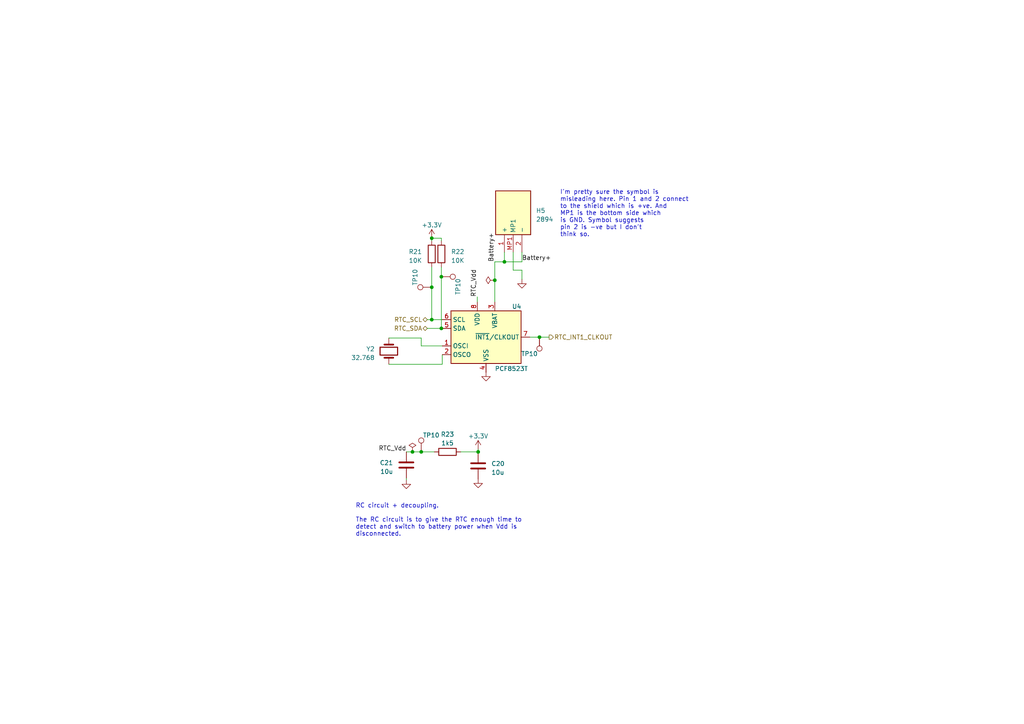
<source format=kicad_sch>
(kicad_sch (version 20230121) (generator eeschema)
  (paper "A4")
  (lib_symbols
    (symbol "CR1220CASE-2894:2894"
      (property "Reference" "H" (at 19.05 7.62 0))
      (property "Value" "2894" (at 19.05 5.08 0))
      (symbol "2894_1_1"
        (rectangle (start 5.08 2.54) (end 17.78 -7.62) (stroke (width 0.254)) (fill (type background)))
        (pin passive line (at 0 0 0) (length 5.08) (name "+") (number "1"))
        (pin passive line (at 0 -5.08 0) (length 5.08) (name "-") (number "2"))
        (pin passive line (at 0 -2.54 0) (length 5.08) (name "MP1") (number "MP1"))
      )
    )
    (symbol "Connector:TestPoint" (pin_numbers hide) (pin_names (offset 0.762) hide)
      (property "Reference" "TP" (at 0 6.858 0))
      (property "Value" "TestPoint" (at 0 5.08 0))
      (symbol "TestPoint_0_1"
        (circle (center 0 3.302) (radius 0.762))
      )
      (symbol "TestPoint_1_1"
        (pin passive line (at 0 0 90) (length 2.54) (name "1") (number "1"))
      )
    )
    (symbol "Device:C" (pin_numbers hide) (pin_names (offset 0.254))
      (property "Reference" "C" (at 0.635 2.54 0))
      (property "Value" "C" (at 0.635 -2.54 0))
      (symbol "C_0_1"
        (polyline (pts (xy -2.032 -0.762) (xy 2.032 -0.762)) (stroke (width 0.508)))
        (polyline (pts (xy -2.032 0.762) (xy 2.032 0.762)) (stroke (width 0.508)))
      )
      (symbol "C_1_1"
        (pin passive line (at 0 3.81 270) (length 2.794) (name "~") (number "1"))
        (pin passive line (at 0 -3.81 90) (length 2.794) (name "~") (number "2"))
      )
    )
    (symbol "Device:Crystal" (pin_numbers hide) (pin_names (offset 1.016) hide)
      (property "Reference" "Y" (at 0 3.81 0))
      (property "Value" "Crystal" (at 0 -3.81 0))
      (symbol "Crystal_0_1"
        (rectangle (start -1.143 2.54) (end 1.143 -2.54) (stroke (width 0.3048)))
        (polyline (pts (xy -2.54 0) (xy -1.905 0)))
        (polyline (pts (xy -1.905 -1.27) (xy -1.905 1.27)) (stroke (width 0.508)))
        (polyline (pts (xy 1.905 -1.27) (xy 1.905 1.27)) (stroke (width 0.508)))
        (polyline (pts (xy 2.54 0) (xy 1.905 0)))
      )
      (symbol "Crystal_1_1"
        (pin passive line (at -3.81 0 0) (length 1.27) (name "1") (number "1"))
        (pin passive line (at 3.81 0 180) (length 1.27) (name "2") (number "2"))
      )
    )
    (symbol "Device:R" (pin_numbers hide) (pin_names (offset 0))
      (property "Reference" "R" (at 2.032 0 90))
      (property "Value" "R" (at 0 0 90))
      (symbol "R_0_1"
        (rectangle (start -1.016 -2.54) (end 1.016 2.54) (stroke (width 0.254)))
      )
      (symbol "R_1_1"
        (pin passive line (at 0 3.81 270) (length 1.27) (name "~") (number "1"))
        (pin passive line (at 0 -3.81 90) (length 1.27) (name "~") (number "2"))
      )
    )
    (symbol "Timer_RTC:PCF8523T"
      (property "Reference" "U" (at -10.16 8.89 0))
      (property "Value" "PCF8523T" (at 3.81 8.89 0))
      (symbol "PCF8523T_0_1"
        (rectangle (start -10.16 7.62) (end 10.16 -7.62) (stroke (width 0.254)) (fill (type background)))
      )
      (symbol "PCF8523T_1_1"
        (pin input line (at -12.7 -2.54 0) (length 2.54) (name "OSCI") (number "1"))
        (pin output line (at -12.7 -5.08 0) (length 2.54) (name "OSCO") (number "2"))
        (pin power_in line (at 2.54 10.16 270) (length 2.54) (name "VBAT") (number "3"))
        (pin power_in line (at 0 -10.16 90) (length 2.54) (name "VSS") (number "4"))
        (pin bidirectional line (at -12.7 2.54 0) (length 2.54) (name "SDA") (number "5"))
        (pin input line (at -12.7 5.08 0) (length 2.54) (name "SCL") (number "6"))
        (pin open_collector line (at 12.7 0 180) (length 2.54) (name "~{INT1}/CLKOUT") (number "7"))
        (pin power_in line (at -2.54 10.16 270) (length 2.54) (name "VDD") (number "8"))
      )
    )
    (symbol "power:+3.3V" (power) (pin_names (offset 0))
      (property "Value" "+3.3V" (at 0 3.556 0))
      (symbol "+3.3V_0_1"
        (polyline (pts (xy -0.762 1.27) (xy 0 2.54)))
        (polyline (pts (xy 0 0) (xy 0 2.54)))
        (polyline (pts (xy 0 2.54) (xy 0.762 1.27)))
      )
      (symbol "+3.3V_1_1"
        (pin power_in line (at 0 0 90) (length 0) hide (name "+3.3V") (number "1"))
      )
    )
    (symbol "power:GND" (power) (pin_names (offset 0))
      (property "Value" "GND" (at 0 -3.81 0))
      (symbol "GND_0_1"
        (polyline (pts (xy 0 0) (xy 0 -1.27) (xy 1.27 -1.27) (xy 0 -2.54) (xy -1.27 -1.27) (xy 0 -1.27)))
      )
      (symbol "GND_1_1"
        (pin power_in line (at 0 0 270) (length 0) hide (name "GND") (number "1"))
      )
    )
    (symbol "power:PWR_FLAG" (power) (pin_numbers hide) (pin_names (offset 0) hide)
      (property "Value" "PWR_FLAG" (at 0 3.81 0))
      (symbol "PWR_FLAG_0_0"
        (pin power_out line (at 0 0 90) (length 0) (name "pwr") (number "1"))
      )
      (symbol "PWR_FLAG_0_1"
        (polyline (pts (xy 0 0) (xy 0 1.27) (xy -1.016 1.905) (xy 0 2.54) (xy 1.016 1.905) (xy 0 1.27)))
      )
    )
  )
  (junction (at 128.016 95.25))
  (junction (at 122.174 131.064))
  (junction (at 125.222 83.312))
  (junction (at 138.684 131.064))
  (junction (at 146.304 75.946))
  (junction (at 119.634 131.064))
  (junction (at 125.222 69.088))
  (junction (at 143.51 81.28))
  (junction (at 128.016 80.264))
  (junction (at 125.222 92.71))
  (junction (at 156.464 97.79))
  (wire (pts (xy 125.222 69.088) (xy 125.222 69.85)))
  (wire (pts (xy 128.016 95.25) (xy 128.27 95.25)))
  (wire (pts (xy 123.952 92.71) (xy 125.222 92.71)))
  (wire (pts (xy 143.51 81.28) (xy 143.51 87.63)))
  (wire (pts (xy 138.43 86.106) (xy 138.43 87.63)))
  (wire (pts (xy 143.51 75.946) (xy 146.304 75.946)))
  (wire (pts (xy 133.604 131.064) (xy 138.684 131.064)))
  (wire (pts (xy 122.174 100.33) (xy 128.27 100.33)))
  (wire (pts (xy 128.27 105.664) (xy 128.27 102.87)))
  (wire (pts (xy 117.856 131.064) (xy 119.634 131.064)))
  (wire (pts (xy 117.856 138.684) (xy 117.856 139.192)))
  (wire (pts (xy 146.304 75.946) (xy 151.384 75.946)))
  (wire (pts (xy 148.844 73.152) (xy 148.844 78.359)))
  (wire (pts (xy 123.952 95.25) (xy 128.016 95.25)))
  (wire (pts (xy 125.222 83.312) (xy 125.222 92.71)))
  (wire (pts (xy 128.016 77.47) (xy 128.016 80.264)))
  (wire (pts (xy 112.776 105.664) (xy 128.27 105.664)))
  (wire (pts (xy 128.016 80.264) (xy 128.016 95.25)))
  (wire (pts (xy 128.016 69.088) (xy 128.016 69.85)))
  (wire (pts (xy 148.844 78.359) (xy 151.384 78.359)))
  (wire (pts (xy 125.222 92.71) (xy 128.27 92.71)))
  (wire (pts (xy 125.222 69.088) (xy 128.016 69.088)))
  (wire (pts (xy 143.51 81.28) (xy 143.51 75.946)))
  (wire (pts (xy 153.67 97.79) (xy 156.464 97.79)))
  (wire (pts (xy 122.174 98.044) (xy 122.174 100.33)))
  (wire (pts (xy 112.776 98.044) (xy 122.174 98.044)))
  (wire (pts (xy 138.684 131.064) (xy 138.684 131.318)))
  (wire (pts (xy 138.684 130.302) (xy 138.684 131.064)))
  (wire (pts (xy 151.384 78.359) (xy 151.384 81.026)))
  (wire (pts (xy 151.384 73.152) (xy 151.384 75.946)))
  (wire (pts (xy 119.634 131.064) (xy 122.174 131.064)))
  (wire (pts (xy 122.174 131.064) (xy 125.984 131.064)))
  (wire (pts (xy 125.222 77.47) (xy 125.222 83.312)))
  (wire (pts (xy 146.304 73.152) (xy 146.304 75.946)))
  (wire (pts (xy 156.464 97.79) (xy 159.258 97.79)))
  (text "I'm pretty sure the symbol is\nmisleading here. Pin 1 and 2 connect \nto the shield which is +ve. And\nMP1 is the bottom side which\nis GND. Symbol suggests\npin 2 is -ve but I don't\nthink so." (at 162.433 68.834 0) (effects (font (size 1.27 1.27)) (justify left bottom)))
  (text "RC circuit + decoupling.\n\nThe RC circuit is to give the RTC enough time to\ndetect and switch to battery power when Vdd is\ndisconnected. " (at 103.124 155.702 0) (effects (font (size 1.27 1.27)) (justify left bottom)))
  (label "Battery+" (at 143.51 75.946 90))
  (label "RTC_Vdd" (at 138.43 86.106 90))
  (label "Battery+" (at 151.384 75.819 0))
  (label "RTC_Vdd" (at 117.856 131.064 180))
  (hierarchical_label "RTC_SCL" (shape bidirectional) (at 123.952 92.71 180))
  (hierarchical_label "RTC_INT1_CLKOUT" (shape output) (at 159.258 97.79 0))
  (hierarchical_label "RTC_SDA" (shape bidirectional) (at 123.952 95.25 180))
  (symbol (lib_id "power:+3.3V") (at 125.222 69.088 0) (unit 1)
    (property "Reference" "#PWR046" (effects hide))
    (property "Value" "+3.3V" (at 125.222 65.278 0))
  )
  (symbol (lib_id "power:+3.3V") (at 138.684 130.302 0) (unit 1)
    (property "Reference" "#PWR050" (effects hide))
    (property "Value" "+3.3V" (at 138.684 126.492 0))
  )
  (symbol (lib_id "Timer_RTC:PCF8523T") (at 140.97 97.79 0) (unit 1)
    (property "Reference" "U4" (at 149.86 88.9 0))
    (property "Value" "PCF8523T" (at 148.336 106.934 0))
    (property "Footprint" "Package_SO:SOIC-8_3.9x4.9mm_P1.27mm" (effects hide))
    (property "Datasheet" "https://www.nxp.com/docs/en/data-sheet/PCF8523.pdf" (effects hide))
    (property "LCSC" "C2651516" (effects hide))
  )
  (symbol (lib_id "Device:C") (at 117.856 134.874 0) (mirror y) (unit 1)
    (property "Reference" "C21" (at 114.046 134.239 0) (effects (justify left)))
    (property "Value" "10u" (at 114.046 136.779 0) (effects (justify left)))
    (property "Footprint" "Capacitor_SMD:C_0603_1608Metric" (effects hide))
  )
  (symbol (lib_id "Device:Crystal") (at 112.776 101.854 90) (mirror x) (unit 1)
    (property "Reference" "Y2" (at 108.712 101.219 90) (effects (justify left)))
    (property "Value" "32.768" (at 108.712 103.759 90) (effects (justify left)))
    (property "Footprint" "Crystal:Crystal_SMD_2012-2Pin_2.0x1.2mm" (effects hide))
    (property "LCSC" "C252397" (effects hide))
  )
  (symbol (lib_id "power:PWR_FLAG") (at 143.51 81.28 90) (unit 1)
    (property "Reference" "#FLG05" (effects hide))
    (property "Value" "PWR_FLAG" (effects hide))
  )
  (symbol (lib_id "Connector:TestPoint") (at 122.174 131.064 0) (unit 1)
    (property "Reference" "TP10" (at 127.508 126.238 0) (effects (justify right)))
    (property "Value" "TestPoint" (effects hide))
    (property "Footprint" "TestPoint:TestPoint_Pad_D1.0mm" (effects hide))
    (instances (project "serial_snooper" (path "" (reference "TP10") (unit 1)) (path "" (reference "TP16") (unit 1)) (path "" (reference "TP18") (unit 1)) (path "" (reference "TP33") (unit 1))))
  )
  (symbol (lib_id "power:GND") (at 140.97 107.95 0) (unit 1)
    (property "Reference" "#PWR047" (effects hide))
    (property "Value" "GND" (effects hide))
  )
  (symbol (lib_id "Device:R") (at 125.222 73.66 0) (mirror y) (unit 1)
    (property "Reference" "R21" (at 122.428 73.025 0) (effects (justify left)))
    (property "Value" "10K" (at 122.428 75.565 0) (effects (justify left)))
    (property "Footprint" "Resistor_SMD:R_0402_1005Metric" (effects hide))
  )
  (symbol (lib_id "Connector:TestPoint") (at 125.222 83.312 90) (unit 1)
    (property "Reference" "TP10" (at 120.396 77.978 0) (effects (justify right)))
    (property "Value" "TestPoint" (effects hide))
    (property "Footprint" "TestPoint:TestPoint_Pad_D1.0mm" (effects hide))
    (instances (project "serial_snooper" (path "" (reference "TP10") (unit 1)) (path "" (reference "TP16") (unit 1)) (path "" (reference "TP18") (unit 1)) (path "" (reference "TP29") (unit 1))))
  )
  (symbol (lib_id "power:PWR_FLAG") (at 119.634 131.064 0) (unit 1)
    (property "Reference" "#FLG06" (effects hide))
    (property "Value" "PWR_FLAG" (effects hide))
  )
  (symbol (lib_id "power:GND") (at 117.856 139.192 0) (unit 1)
    (property "Reference" "#PWR049" (effects hide))
    (property "Value" "GND" (effects hide))
  )
  (symbol (lib_id "CR1220CASE-2894:2894") (at 146.304 73.152 90) (unit 1)
    (property "Reference" "H5" (at 155.448 61.087 90) (effects (justify right)))
    (property "Value" "2894" (at 155.448 63.627 90) (effects (justify right)))
    (property "Footprint" "MyLibrary:2894" (effects hide))
    (property "Datasheet" "https://www.keyelco.com/product-pdf.cfm?p=14467" (effects hide))
    (property "Height" "2.42" (effects hide))
    (property "Mouser Part Number" "534-2894" (effects hide))
    (property "Mouser Price/Stock" "https://www.mouser.co.uk/ProductDetail/Keystone-Electronics/2894?qs=u16ybLDytRb94n%2F3dXyVLQ%3D%3D" (effects hide))
    (property "Manufacturer_Name" "Keystone Electronics" (effects hide))
    (property "Manufacturer_Part_Number" "2894" (effects hide))
  )
  (symbol (lib_id "Connector:TestPoint") (at 128.016 80.264 270) (unit 1)
    (property "Reference" "TP10" (at 132.842 85.598 0) (effects (justify right)))
    (property "Value" "TestPoint" (effects hide))
    (property "Footprint" "TestPoint:TestPoint_Pad_D1.0mm" (effects hide))
    (instances (project "serial_snooper" (path "" (reference "TP10") (unit 1)) (path "" (reference "TP16") (unit 1)) (path "" (reference "TP18") (unit 1)) (path "" (reference "TP30") (unit 1))))
  )
  (symbol (lib_id "Device:R") (at 129.794 131.064 90) (unit 1)
    (property "Reference" "R23" (at 129.794 125.984 90))
    (property "Value" "1k5" (at 129.794 128.524 90))
    (property "Footprint" "Resistor_SMD:R_0402_1005Metric" (effects hide))
  )
  (symbol (lib_id "Device:R") (at 128.016 73.66 0) (unit 1)
    (property "Reference" "R22" (at 130.81 73.025 0) (effects (justify left)))
    (property "Value" "10K" (at 130.81 75.565 0) (effects (justify left)))
    (property "Footprint" "Resistor_SMD:R_0402_1005Metric" (effects hide))
  )
  (symbol (lib_id "Device:C") (at 138.684 135.128 0) (unit 1)
    (property "Reference" "C20" (at 142.494 134.493 0) (effects (justify left)))
    (property "Value" "10u" (at 142.494 137.033 0) (effects (justify left)))
    (property "Footprint" "Capacitor_SMD:C_0603_1608Metric" (effects hide))
  )
  (symbol (lib_id "power:GND") (at 151.384 81.026 0) (unit 1)
    (property "Reference" "#PWR048" (effects hide))
    (property "Value" "GND" (effects hide))
  )
  (symbol (lib_id "power:GND") (at 138.684 138.938 0) (unit 1)
    (property "Reference" "#PWR051" (effects hide))
    (property "Value" "GND" (effects hide))
  )
  (symbol (lib_id "Connector:TestPoint") (at 156.464 97.79 180) (unit 1)
    (property "Reference" "TP10" (at 151.13 102.616 0) (effects (justify right)))
    (property "Value" "TestPoint" (effects hide))
    (property "Footprint" "TestPoint:TestPoint_Pad_D1.0mm" (effects hide))
    (instances (project "serial_snooper" (path "" (reference "TP10") (unit 1)) (path "" (reference "TP16") (unit 1)) (path "" (reference "TP18") (unit 1)) (path "" (reference "TP34") (unit 1))))
  )
)
</source>
